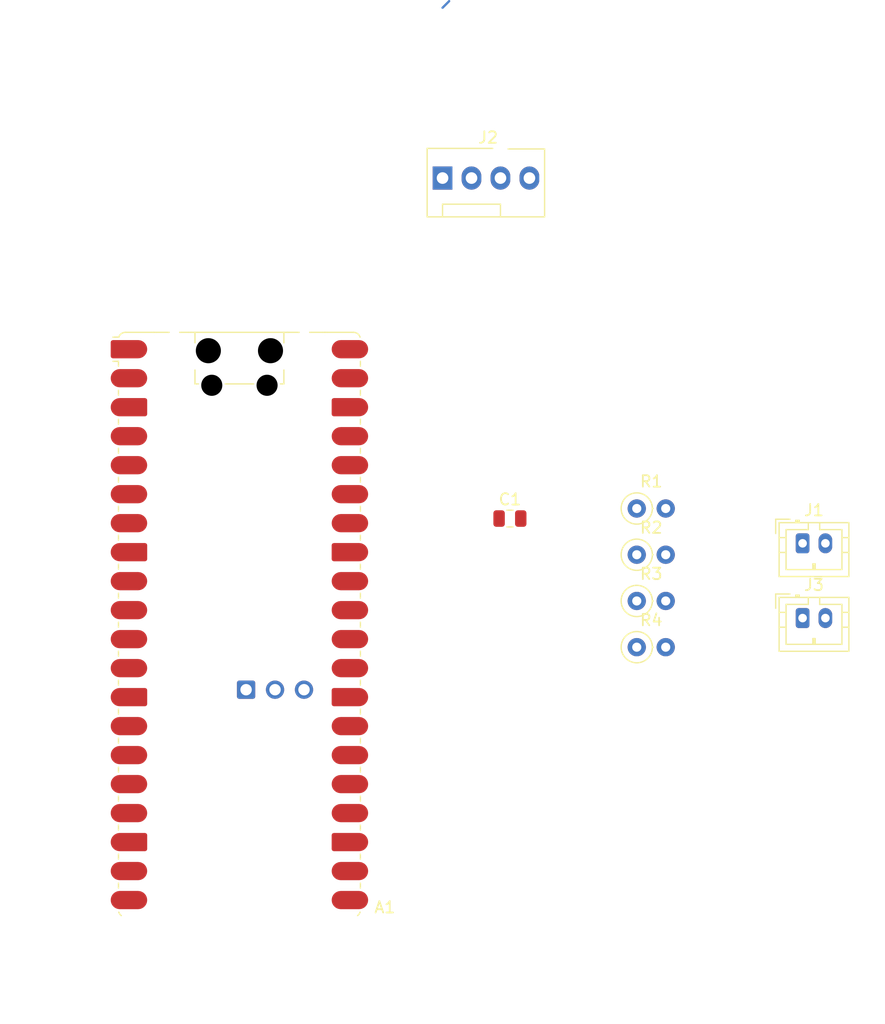
<source format=kicad_pcb>
(kicad_pcb (version 20241229) (generator "pcbnew") (generator_version "9.0")
  (layers (0 "F.Cu" signal) (2 "B.Cu" signal) (13 "F.Paste" user) (15 "B.Paste" user) (5 "F.SilkS" user "F.Silkscreen") (7 "B.SilkS" user "B.Silkscreen") (1 "F.Mask" user) (3 "B.Mask" user) (25 "Edge.Cuts" user))
  (net 0 "")
  (net 1 "Earth")
  (net 18 "GP7")
  (net 20 "GP6")
  (net 21 "ADC0")
  (net 29 "ADC1")
  (net 34 "+3.3V")
  (net 35 "J1")
  (net 36 "J3")
  (footprint "Capacitor_SMD:C_0805_2012Metric" (layer "F.Cu") (at 150.33 95.33)
    (property "Reference" "C1" (at 0 -1.68 0) (layer "F.SilkS"))
    (property "Value" "100nF")
    (fp_line (start -0.261252 -0.735) (end 0.261252 -0.735) (stroke (width 0.12)) (layer "F.SilkS"))
    (fp_line (start -0.261252 0.735) (end 0.261252 0.735) (stroke (width 0.12)) (layer "F.SilkS"))
    (pad "1" smd roundrect (at -0.95 0) (size 1 1.45) (layers "F.Cu" "F.Mask" "F.Paste") (net 34 "+3.3V"))
    (pad "2" smd roundrect (at 0.95 0) (size 1 1.45) (layers "F.Cu" "F.Mask" "F.Paste") (net 1 "Earth"))
  )
  (footprint "Resistor_THT:R_Axial_DIN0207_L6.3mm_D2.5mm_P2.54mm_Vertical" (layer "F.Cu") (at 161.455 94.45)
    (property "Reference" "R1" (at 1.27 -2.37 0) (layer "F.SilkS"))
    (property "Value" "10K")
    (fp_line (start 1.37 0) (end 1.44 0) (stroke (width 0.12)) (layer "F.SilkS"))
    (fp_circle (center 0 0) (end 1.37 0) (stroke (width 0.12)) (fill no) (layer "F.SilkS"))
    (pad "1" thru_hole circle (at 0 0) (size 1.6 1.6) (drill 0.8) (layers "*.Cu" "*.Mask") (net 35 "J1"))
    (pad "2" thru_hole circle (at 2.54 0) (size 1.6 1.6) (drill 0.8) (layers "*.Cu" "*.Mask") (net 29 "ADC1"))
  )
  (footprint "Connector_JST:JST_PH_B2B-PH-K_1x02_P2.00mm_Vertical" (layer "F.Cu") (at 176 104.05)
    (property "Reference" "J3" (at 1 -2.9 0) (layer "F.SilkS"))
    (property "Value" "Conn_01x02_Pin")
    (fp_line (start -2.36 -2.11) (end -2.36 -0.86) (stroke (width 0.12)) (layer "F.SilkS"))
    (fp_line (start -2.06 -1.81) (end -2.06 2.91) (stroke (width 0.12)) (layer "F.SilkS"))
    (fp_line (start -2.06 -0.5) (end -1.45 -0.5) (stroke (width 0.12)) (layer "F.SilkS"))
    (fp_line (start -2.06 0.8) (end -1.45 0.8) (stroke (width 0.12)) (layer "F.SilkS"))
    (fp_line (start -2.06 2.91) (end 4.06 2.91) (stroke (width 0.12)) (layer "F.SilkS"))
    (fp_line (start -1.45 -1.2) (end -1.45 2.3) (stroke (width 0.12)) (layer "F.SilkS"))
    (fp_line (start -1.45 2.3) (end 3.45 2.3) (stroke (width 0.12)) (layer "F.SilkS"))
    (fp_line (start -1.11 -2.11) (end -2.36 -2.11) (stroke (width 0.12)) (layer "F.SilkS"))
    (fp_line (start -0.6 -2.01) (end -0.6 -1.81) (stroke (width 0.12)) (layer "F.SilkS"))
    (fp_line (start -0.3 -2.01) (end -0.6 -2.01) (stroke (width 0.12)) (layer "F.SilkS"))
    (fp_line (start -0.3 -1.91) (end -0.6 -1.91) (stroke (width 0.12)) (layer "F.SilkS"))
    (fp_line (start -0.3 -1.81) (end -0.3 -2.01) (stroke (width 0.12)) (layer "F.SilkS"))
    (fp_line (start 0.5 -1.81) (end 0.5 -1.2) (stroke (width 0.12)) (layer "F.SilkS"))
    (fp_line (start 0.5 -1.2) (end -1.45 -1.2) (stroke (width 0.12)) (layer "F.SilkS"))
    (fp_line (start 0.9 1.8) (end 1.1 1.8) (stroke (width 0.12)) (layer "F.SilkS"))
    (fp_line (start 0.9 2.3) (end 0.9 1.8) (stroke (width 0.12)) (layer "F.SilkS"))
    (fp_line (start 1 2.3) (end 1 1.8) (stroke (width 0.12)) (layer "F.SilkS"))
    (fp_line (start 1.1 1.8) (end 1.1 2.3) (stroke (width 0.12)) (layer "F.SilkS"))
    (fp_line (start 1.5 -1.2) (end 1.5 -1.81) (stroke (width 0.12)) (layer "F.SilkS"))
    (fp_line (start 3.45 -1.2) (end 1.5 -1.2) (stroke (width 0.12)) (layer "F.SilkS"))
    (fp_line (start 3.45 2.3) (end 3.45 -1.2) (stroke (width 0.12)) (layer "F.SilkS"))
    (fp_line (start 4.06 -1.81) (end -2.06 -1.81) (stroke (width 0.12)) (layer "F.SilkS"))
    (fp_line (start 4.06 -0.5) (end 3.45 -0.5) (stroke (width 0.12)) (layer "F.SilkS"))
    (fp_line (start 4.06 0.8) (end 3.45 0.8) (stroke (width 0.12)) (layer "F.SilkS"))
    (fp_line (start 4.06 2.91) (end 4.06 -1.81) (stroke (width 0.12)) (layer "F.SilkS"))
    (pad "1" thru_hole roundrect (at 0 0) (size 1.2 1.75) (drill 0.75) (layers "*.Cu" "*.Mask") (roundrect_rratio 0.208333) (net 36 "J3"))
    (pad "2" thru_hole oval (at 2 0) (size 1.2 1.75) (drill 0.75) (layers "*.Cu" "*.Mask") (net 1 "Earth"))
  )
  (footprint "Resistor_THT:R_Axial_DIN0207_L6.3mm_D2.5mm_P2.54mm_Vertical" (layer "F.Cu") (at 161.455 102.55)
    (property "Reference" "R3" (at 1.27 -2.37 0) (layer "F.SilkS"))
    (property "Value" "30K")
    (fp_line (start 1.37 0) (end 1.44 0) (stroke (width 0.12)) (layer "F.SilkS"))
    (fp_circle (center 0 0) (end 1.37 0) (stroke (width 0.12)) (fill no) (layer "F.SilkS"))
    (pad "1" thru_hole circle (at 0 0) (size 1.6 1.6) (drill 0.8) (layers "*.Cu" "*.Mask") (net 36 "J3"))
    (pad "2" thru_hole circle (at 2.54 0) (size 1.6 1.6) (drill 0.8) (layers "*.Cu" "*.Mask") (net 21 "ADC0"))
  )
  (footprint "Resistor_THT:R_Axial_DIN0207_L6.3mm_D2.5mm_P2.54mm_Vertical" (layer "F.Cu") (at 161.455 98.5)
    (property "Reference" "R2" (at 1.27 -2.37 0) (layer "F.SilkS"))
    (property "Value" "10K")
    (fp_line (start 1.37 0) (end 1.44 0) (stroke (width 0.12)) (layer "F.SilkS"))
    (fp_circle (center 0 0) (end 1.37 0) (stroke (width 0.12)) (fill no) (layer "F.SilkS"))
    (pad "1" thru_hole circle (at 0 0) (size 1.6 1.6) (drill 0.8) (layers "*.Cu" "*.Mask") (net 29 "ADC1"))
    (pad "2" thru_hole circle (at 2.54 0) (size 1.6 1.6) (drill 0.8) (layers "*.Cu" "*.Mask") (net 1 "Earth"))
  )
  (footprint "Module:RaspberryPi_Pico_W_SMD_HandSolder" (layer "F.Cu") (at 126.605 104.625)
    (property "Reference" "A1" (at 11.7475 24.765 0) (layer "F.SilkS") (effects (justify left)))
    (property "Value" "RaspberryPi_Pico_W")
    (fp_line (start -10.61 -23.07) (end -11.09 -23.07) (stroke (width 0.12)) (layer "F.SilkS"))
    (fp_line (start -10.61 -23.07) (end -10.61 -22.65) (stroke (width 0.12)) (layer "F.SilkS"))
    (fp_line (start -10.61 -20.53) (end -10.61 -20.11) (stroke (width 0.12)) (layer "F.SilkS"))
    (fp_line (start -10.61 -17.99) (end -10.61 -17.57) (stroke (width 0.12)) (layer "F.SilkS"))
    (fp_line (start -10.61 -15.45) (end -10.61 -15.03) (stroke (width 0.12)) (layer "F.SilkS"))
    (fp_line (start -10.61 -12.91) (end -10.61 -12.49) (stroke (width 0.12)) (layer "F.SilkS"))
    (fp_line (start -10.61 -10.37) (end -10.61 -9.95) (stroke (width 0.12)) (layer "F.SilkS"))
    (fp_line (start -10.61 -7.83) (end -10.61 -7.41) (stroke (width 0.12)) (layer "F.SilkS"))
    (fp_line (start -10.61 -5.29) (end -10.61 -4.87) (stroke (width 0.12)) (layer "F.SilkS"))
    (fp_line (start -10.61 -2.75) (end -10.61 -2.33) (stroke (width 0.12)) (layer "F.SilkS"))
    (fp_line (start -10.61 -0.21) (end -10.61 0.21) (stroke (width 0.12)) (layer "F.SilkS"))
    (fp_line (start -10.61 2.33) (end -10.61 2.75) (stroke (width 0.12)) (layer "F.SilkS"))
    (fp_line (start -10.61 4.87) (end -10.61 5.29) (stroke (width 0.12)) (layer "F.SilkS"))
    (fp_line (start -10.61 7.41) (end -10.61 7.83) (stroke (width 0.12)) (layer "F.SilkS"))
    (fp_line (start -10.61 9.95) (end -10.61 10.37) (stroke (width 0.12)) (layer "F.SilkS"))
    (fp_line (start -10.61 12.49) (end -10.61 12.91) (stroke (width 0.12)) (layer "F.SilkS"))
    (fp_line (start -10.61 15.03) (end -10.61 15.45) (stroke (width 0.12)) (layer "F.SilkS"))
    (fp_line (start -10.61 17.57) (end -10.61 17.99) (stroke (width 0.12)) (layer "F.SilkS"))
    (fp_line (start -10.61 20.11) (end -10.61 20.53) (stroke (width 0.12)) (layer "F.SilkS"))
    (fp_line (start -10.61 22.65) (end -10.61 23.07) (stroke (width 0.12)) (layer "F.SilkS"))
    (fp_line (start -10.579676 -25.19) (end -11.09 -25.19) (stroke (width 0.12)) (layer "F.SilkS"))
    (fp_line (start -10 -25.61) (end -7.51 -25.61) (stroke (width 0.12)) (layer "F.SilkS"))
    (fp_line (start -7.51 -25.61) (end -6.16206 -25.61) (stroke (width 0.12)) (layer "F.SilkS"))
    (fp_line (start -5.237939 -25.61) (end -4.235 -25.61) (stroke (width 0.12)) (layer "F.SilkS"))
    (fp_line (start -4.235 -25.61) (end 4.235 -25.61) (stroke (width 0.12)) (layer "F.SilkS"))
    (fp_line (start -3.9 -25.61) (end -3.9 -24.694) (stroke (width 0.12)) (layer "F.SilkS"))
    (fp_line (start -3.9 -22.306) (end -3.9 -21.09) (stroke (width 0.12)) (layer "F.SilkS"))
    (fp_line (start -3.9 -21.09) (end -3.60391 -21.09) (stroke (width 0.12)) (layer "F.SilkS"))
    (fp_line (start -1.24609 -21.09) (end 1.24609 -21.09) (stroke (width 0.12)) (layer "F.SilkS"))
    (fp_line (start 3.60391 -21.09) (end 3.9 -21.09) (stroke (width 0.12)) (layer "F.SilkS"))
    (fp_line (start 3.9 -25.61) (end 3.9 -24.694) (stroke (width 0.12)) (layer "F.SilkS"))
    (fp_line (start 3.9 -22.306) (end 3.9 -21.09) (stroke (width 0.12)) (layer "F.SilkS"))
    (fp_line (start 4.235 -25.61) (end 5.237939 -25.61) (stroke (width 0.12)) (layer "F.SilkS"))
    (fp_line (start 6.162061 -25.61) (end 7.51 -25.61) (stroke (width 0.12)) (layer "F.SilkS"))
    (fp_line (start 10 -25.61) (end 7.51 -25.61) (stroke (width 0.12)) (layer "F.SilkS"))
    (fp_line (start 10.61 -23.07) (end 10.61 -22.65) (stroke (width 0.12)) (layer "F.SilkS"))
    (fp_line (start 10.61 -20.53) (end 10.61 -20.11) (stroke (width 0.12)) (layer "F.SilkS"))
    (fp_line (start 10.61 -17.99) (end 10.61 -17.57) (stroke (width 0.12)) (layer "F.SilkS"))
    (fp_line (start 10.61 -15.45) (end 10.61 -15.03) (stroke (width 0.12)) (layer "F.SilkS"))
    (fp_line (start 10.61 -12.91) (end 10.61 -12.49) (stroke (width 0.12)) (layer "F.SilkS"))
    (fp_line (start 10.61 -10.37) (end 10.61 -9.95) (stroke (width 0.12)) (layer "F.SilkS"))
    (fp_line (start 10.61 -7.83) (end 10.61 -7.41) (stroke (width 0.12)) (layer "F.SilkS"))
    (fp_line (start 10.61 -5.29) (end 10.61 -4.87) (stroke (width 0.12)) (layer "F.SilkS"))
    (fp_line (start 10.61 -2.75) (end 10.61 -2.33) (stroke (width 0.12)) (layer "F.SilkS"))
    (fp_line (start 10.61 -0.21) (end 10.61 0.21) (stroke (width 0.12)) (layer "F.SilkS"))
    (fp_line (start 10.61 2.33) (end 10.61 2.75) (stroke (width 0.12)) (layer "F.SilkS"))
    (fp_line (start 10.61 4.87) (end 10.61 5.29) (stroke (width 0.12)) (layer "F.SilkS"))
    (fp_line (start 10.61 7.41) (end 10.61 7.83) (stroke (width 0.12)) (layer "F.SilkS"))
    (fp_line (start 10.61 9.95) (end 10.61 10.37) (stroke (width 0.12)) (layer "F.SilkS"))
    (fp_line (start 10.61 12.49) (end 10.61 12.91) (stroke (width 0.12)) (layer "F.SilkS"))
    (fp_line (start 10.61 15.03) (end 10.61 15.45) (stroke (width 0.12)) (layer "F.SilkS"))
    (fp_line (start 10.61 17.57) (end 10.61 17.99) (stroke (width 0.12)) (layer "F.SilkS"))
    (fp_line (start 10.61 20.11) (end 10.61 20.53) (stroke (width 0.12)) (layer "F.SilkS"))
    (fp_line (start 10.61 22.65) (end 10.61 23.07) (stroke (width 0.12)) (layer "F.SilkS"))
    (fp_arc (start -10.579676 -25.19) (mid -10.357938 -25.493944) (end -10 -25.61) (stroke (width 0.12)) (layer "F.SilkS"))
    (fp_arc (start -10.363318 25.49) (mid -10.494791 25.356765) (end -10.579676 25.189937) (stroke (width 0.12)) (layer "F.SilkS"))
    (fp_arc (start 10 -25.61) (mid 10.357937 -25.493944) (end 10.579676 -25.189937) (stroke (width 0.12)) (layer "F.SilkS"))
    (fp_arc (start 10.579676 25.189937) (mid 10.494803 25.356773) (end 10.363318 25.49) (stroke (width 0.12)) (layer "F.SilkS"))
    (pad "" smd rect (at -8.89 -24.13) (size 3.8 2.2) (drill (offset -0.8 0)) (layers "F.Paste"))
    (pad "" smd rect (at -8.89 -21.59) (size 3.8 2.2) (drill (offset -0.8 0)) (layers "F.Paste"))
    (pad "" smd rect (at -8.89 -19.05) (size 3.8 2.2) (drill (offset -0.8 0)) (layers "F.Paste"))
    (pad "" smd rect (at -8.89 -16.51) (size 3.8 2.2) (drill (offset -0.8 0)) (layers "F.Paste"))
    (pad "" smd rect (at -8.89 -13.97) (size 3.8 2.2) (drill (offset -0.8 0)) (layers "F.Paste"))
    (pad "" smd rect (at -8.89 -11.43) (size 3.8 2.2) (drill (offset -0.8 0)) (layers "F.Paste"))
    (pad "" smd rect (at -8.89 -8.89) (size 3.8 2.2) (drill (offset -0.8 0)) (layers "F.Paste"))
    (pad "" smd rect (at -8.89 -6.35) (size 3.8 2.2) (drill (offset -0.8 0)) (layers "F.Paste"))
    (pad "" smd rect (at -8.89 -3.81) (size 3.8 2.2) (drill (offset -0.8 0)) (layers "F.Paste"))
    (pad "" smd rect (at -8.89 -1.27) (size 3.8 2.2) (drill (offset -0.8 0)) (layers "F.Paste"))
    (pad "" smd rect (at -8.89 1.27) (size 3.8 2.2) (drill (offset -0.8 0)) (layers "F.Paste"))
    (pad "" smd rect (at -8.89 3.81) (size 3.8 2.2) (drill (offset -0.8 0)) (layers "F.Paste"))
    (pad "" smd rect (at -8.89 6.35) (size 3.8 2.2) (drill (offset -0.8 0)) (layers "F.Paste"))
    (pad "" smd rect (at -8.89 8.89) (size 3.8 2.2) (drill (offset -0.8 0)) (layers "F.Paste"))
    (pad "" smd rect (at -8.89 11.43) (size 3.8 2.2) (drill (offset -0.8 0)) (layers "F.Paste"))
    (pad "" smd rect (at -8.89 13.97) (size 3.8 2.2) (drill (offset -0.8 0)) (layers "F.Paste"))
    (pad "" smd rect (at -8.89 16.51) (size 3.8 2.2) (drill (offset -0.8 0)) (layers "F.Paste"))
    (pad "" smd rect (at -8.89 19.05) (size 3.8 2.2) (drill (offset -0.8 0)) (layers "F.Paste"))
    (pad "" smd rect (at -8.89 21.59) (size 3.8 2.2) (drill (offset -0.8 0)) (layers "F.Paste"))
    (pad "" smd rect (at -8.89 24.13) (size 3.8 2.2) (drill (offset -0.8 0)) (layers "F.Paste"))
    (pad "" np_thru_hole circle (at -2.725 -24) (size 2.2 2.2) (drill 2.2) (layers "*.Mask"))
    (pad "" np_thru_hole circle (at -2.425 -20.97) (size 1.85 1.85) (drill 1.85) (layers "*.Mask"))
    (pad "" np_thru_hole circle (at 2.425 -20.97) (size 1.85 1.85) (drill 1.85) (layers "*.Mask"))
    (pad "" np_thru_hole circle (at 2.725 -24) (size 2.2 2.2) (drill 2.2) (layers "*.Mask"))
    (pad "" smd rect (at 8.89 -24.13) (size 3.8 2.2) (drill (offset 0.8 0)) (layers "F.Paste"))
    (pad "" smd rect (at 8.89 -21.59) (size 3.8 2.2) (drill (offset 0.8 0)) (layers "F.Paste"))
    (pad "" smd rect (at 8.89 -19.05) (size 3.8 2.2) (drill (offset 0.8 0)) (layers "F.Paste"))
    (pad "" smd rect (at 8.89 -16.51) (size 3.8 2.2) (drill (offset 0.8 0)) (layers "F.Paste"))
    (pad "" smd rect (at 8.89 -13.97) (size 3.8 2.2) (drill (offset 0.8 0)) (layers "F.Paste"))
    (pad "" smd rect (at 8.89 -11.43) (size 3.8 2.2) (drill (offset 0.8 0)) (layers "F.Paste"))
    (pad "" smd rect (at 8.89 -8.89) (size 3.8 2.2) (drill (offset 0.8 0)) (layers "F.Paste"))
    (pad "" smd rect (at 8.89 -6.35) (size 3.8 2.2) (drill (offset 0.8 0)) (layers "F.Paste"))
    (pad "" smd rect (at 8.89 -3.81) (size 3.8 2.2) (drill (offset 0.8 0)) (layers "F.Paste"))
    (pad "" smd rect (at 8.89 -1.27) (size 3.8 2.2) (drill (offset 0.8 0)) (layers "F.Paste"))
    (pad "" smd rect (at 8.89 1.27) (size 3.8 2.2) (drill (offset 0.8 0)) (layers "F.Paste"))
    (pad "" smd rect (at 8.89 3.81) (size 3.8 2.2) (drill (offset 0.8 0)) (layers "F.Paste"))
    (pad "" smd rect (at 8.89 6.35) (size 3.8 2.2) (drill (offset 0.8 0)) (layers "F.Paste"))
    (pad "" smd rect (at 8.89 8.89) (size 3.8 2.2) (drill (offset 0.8 0)) (layers "F.Paste"))
    (pad "" smd rect (at 8.89 11.43) (size 3.8 2.2) (drill (offset 0.8 0)) (layers "F.Paste"))
    (pad "" smd rect (at 8.89 13.97) (size 3.8 2.2) (drill (offset 0.8 0)) (layers "F.Paste"))
    (pad "" smd rect (at 8.89 16.51) (size 3.8 2.2) (drill (offset 0.8 0)) (layers "F.Paste"))
    (pad "" smd rect (at 8.89 19.05) (size 3.8 2.2) (drill (offset 0.8 0)) (layers "F.Paste"))
    (pad "" smd rect (at 8.89 21.59) (size 3.8 2.2) (drill (offset 0.8 0)) (layers "F.Paste"))
    (pad "" smd rect (at 8.89 24.13) (size 3.8 2.2) (drill (offset 0.8 0)) (layers "F.Paste"))
    (pad "1" smd custom (at -9.69 -24.13) (size 1.6 0.8) (layers "F.Cu" "F.Mask") (options (clearance outline) (anchor rect)) (primitives (gr_circle (center 0.8 0) (end 1.6 0) (width 0) (fill yes)) (gr_poly (pts (xy -1.6 -0.6) (xy -1.6 0.6) (xy -1.4 0.8) (xy 0.8 0.8) (xy 0.8 -0.8) (xy -1.4 -0.8)) (width 0) (fill yes)) (gr_circle (center -1.4 -0.6) (end -1.2 -0.6) (width 0) (fill yes)) (gr_circle (center -1.4 0.6) (end -1.2 0.6) (width 0) (fill yes))))
    (pad "2" smd roundrect (at -9.69 -21.59) (size 3.2 1.6) (layers "F.Cu" "F.Mask") (roundrect_rratio 0.5))
    (pad "3" smd custom (at -9.69 -19.05) (size 1.6 0.8) (layers "F.Cu" "F.Mask") (net 1 "Earth") (options (clearance outline) (anchor rect)) (primitives (gr_circle (center -0.8 0) (end 0 0) (width 0) (fill yes)) (gr_poly (pts (xy 1.6 -0.6) (xy 1.6 0.6) (xy 1.4 0.8) (xy -0.8 0.8) (xy -0.8 -0.8) (xy 1.4 -0.8)) (width 0) (fill yes)) (gr_circle (center 1.4 -0.6) (end 1.6 -0.6) (width 0) (fill yes)) (gr_circle (center 1.4 0.6) (end 1.6 0.6) (width 0) (fill yes))))
    (pad "4" smd roundrect (at -9.69 -16.51) (size 3.2 1.6) (layers "F.Cu" "F.Mask") (roundrect_rratio 0.5))
    (pad "5" smd roundrect (at -9.69 -13.97) (size 3.2 1.6) (layers "F.Cu" "F.Mask") (roundrect_rratio 0.5))
    (pad "6" smd roundrect (at -9.69 -11.43) (size 3.2 1.6) (layers "F.Cu" "F.Mask") (roundrect_rratio 0.5))
    (pad "7" smd roundrect (at -9.69 -8.89) (size 3.2 1.6) (layers "F.Cu" "F.Mask") (roundrect_rratio 0.5))
    (pad "8" smd custom (at -9.69 -6.35) (size 1.6 0.8) (layers "F.Cu" "F.Mask") (net 1 "Earth") (options (clearance outline) (anchor rect)) (primitives (gr_circle (center -0.8 0) (end 0 0) (width 0) (fill yes)) (gr_poly (pts (xy 1.6 -0.6) (xy 1.6 0.6) (xy 1.4 0.8) (xy -0.8 0.8) (xy -0.8 -0.8) (xy 1.4 -0.8)) (width 0) (fill yes)) (gr_circle (center 1.4 -0.6) (end 1.6 -0.6) (width 0) (fill yes)) (gr_circle (center 1.4 0.6) (end 1.6 0.6) (width 0) (fill yes))))
    (pad "9" smd roundrect (at -9.69 -3.81) (size 3.2 1.6) (layers "F.Cu" "F.Mask") (roundrect_rratio 0.5) (net 20 "GP6"))
    (pad "10" smd roundrect (at -9.69 -1.27) (size 3.2 1.6) (layers "F.Cu" "F.Mask") (roundrect_rratio 0.5) (net 18 "GP7"))
    (pad "11" smd roundrect (at -9.69 1.27) (size 3.2 1.6) (layers "F.Cu" "F.Mask") (roundrect_rratio 0.5))
    (pad "12" smd roundrect (at -9.69 3.81) (size 3.2 1.6) (layers "F.Cu" "F.Mask") (roundrect_rratio 0.5))
    (pad "13" smd custom (at -9.69 6.35) (size 1.6 0.8) (layers "F.Cu" "F.Mask") (net 1 "Earth") (options (clearance outline) (anchor rect)) (primitives (gr_circle (center -0.8 0) (end 0 0) (width 0) (fill yes)) (gr_poly (pts (xy 1.6 -0.6) (xy 1.6 0.6) (xy 1.4 0.8) (xy -0.8 0.8) (xy -0.8 -0.8) (xy 1.4 -0.8)) (width 0) (fill yes)) (gr_circle (center 1.4 -0.6) (end 1.6 -0.6) (width 0) (fill yes)) (gr_circle (center 1.4 0.6) (end 1.6 0.6) (width 0) (fill yes))))
    (pad "14" smd roundrect (at -9.69 8.89) (size 3.2 1.6) (layers "F.Cu" "F.Mask") (roundrect_rratio 0.5))
    (pad "15" smd roundrect (at -9.69 11.43) (size 3.2 1.6) (layers "F.Cu" "F.Mask") (roundrect_rratio 0.5))
    (pad "16" smd roundrect (at -9.69 13.97) (size 3.2 1.6) (layers "F.Cu" "F.Mask") (roundrect_rratio 0.5))
    (pad "17" smd roundrect (at -9.69 16.51) (size 3.2 1.6) (layers "F.Cu" "F.Mask") (roundrect_rratio 0.5))
    (pad "18" smd custom (at -9.69 19.05) (size 1.6 0.8) (layers "F.Cu" "F.Mask") (net 1 "Earth") (options (clearance outline) (anchor rect)) (primitives (gr_circle (center -0.8 0) (end 0 0) (width 0) (fill yes)) (gr_poly (pts (xy 1.6 -0.6) (xy 1.6 0.6) (xy 1.4 0.8) (xy -0.8 0.8) (xy -0.8 -0.8) (xy 1.4 -0.8)) (width 0) (fill yes)) (gr_circle (center 1.4 -0.6) (end 1.6 -0.6) (width 0) (fill yes)) (gr_circle (center 1.4 0.6) (end 1.6 0.6) (width 0) (fill yes))))
    (pad "19" smd roundrect (at -9.69 21.59) (size 3.2 1.6) (layers "F.Cu" "F.Mask") (roundrect_rratio 0.5))
    (pad "20" smd roundrect (at -9.69 24.13) (size 3.2 1.6) (layers "F.Cu" "F.Mask") (roundrect_rratio 0.5))
    (pad "21" smd roundrect (at 9.69 24.13) (size 3.2 1.6) (layers "F.Cu" "F.Mask") (roundrect_rratio 0.5))
    (pad "22" smd roundrect (at 9.69 21.59) (size 3.2 1.6) (layers "F.Cu" "F.Mask") (roundrect_rratio 0.5))
    (pad "23" smd custom (at 9.69 19.05) (size 1.6 0.8) (layers "F.Cu" "F.Mask") (net 1 "Earth") (options (clearance outline) (anchor rect)) (primitives (gr_circle (center 0.8 0) (end 1.6 0) (width 0) (fill yes)) (gr_poly (pts (xy -1.6 -0.6) (xy -1.6 0.6) (xy -1.4 0.8) (xy 0.8 0.8) (xy 0.8 -0.8) (xy -1.4 -0.8)) (width 0) (fill yes)) (gr_circle (center -1.4 -0.6) (end -1.2 -0.6) (width 0) (fill yes)) (gr_circle (center -1.4 0.6) (end -1.2 0.6) (width 0) (fill yes))))
    (pad "24" smd roundrect (at 9.69 16.51) (size 3.2 1.6) (layers "F.Cu" "F.Mask") (roundrect_rratio 0.5))
    (pad "25" smd roundrect (at 9.69 13.97) (size 3.2 1.6) (layers "F.Cu" "F.Mask") (roundrect_rratio 0.5))
    (pad "26" smd roundrect (at 9.69 11.43) (size 3.2 1.6) (layers "F.Cu" "F.Mask") (roundrect_rratio 0.5))
    (pad "27" smd roundrect (at 9.69 8.89) (size 3.2 1.6) (layers "F.Cu" "F.Mask") (roundrect_rratio 0.5))
    (pad "28" smd custom (at 9.69 6.35) (size 1.6 0.8) (layers "F.Cu" "F.Mask") (net 1 "Earth") (options (clearance outline) (anchor rect)) (primitives (gr_circle (center 0.8 0) (end 1.6 0) (width 0) (fill yes)) (gr_poly (pts (xy -1.6 -0.6) (xy -1.6 0.6) (xy -1.4 0.8) (xy 0.8 0.8) (xy 0.8 -0.8) (xy -1.4 -0.8)) (width 0) (fill yes)) (gr_circle (center -1.4 -0.6) (end -1.2 -0.6) (width 0) (fill yes)) (gr_circle (center -1.4 0.6) (end -1.2 0.6) (width 0) (fill yes))))
    (pad "29" smd roundrect (at 9.69 3.81) (size 3.2 1.6) (layers "F.Cu" "F.Mask") (roundrect_rratio 0.5))
    (pad "30" smd roundrect (at 9.69 1.27) (size 3.2 1.6) (layers "F.Cu" "F.Mask") (roundrect_rratio 0.5))
    (pad "31" smd roundrect (at 9.69 -1.27) (size 3.2 1.6) (layers "F.Cu" "F.Mask") (roundrect_rratio 0.5) (net 21 "ADC0"))
    (pad "32" smd roundrect (at 9.69 -3.81) (size 3.2 1.6) (layers "F.Cu" "F.Mask") (roundrect_rratio 0.5) (net 29 "ADC1"))
    (pad "33" smd custom (at 9.69 -6.35) (size 1.6 0.8) (layers "F.Cu" "F.Mask") (net 1 "Earth") (options (clearance outline) (anchor rect)) (primitives (gr_circle (center 0.8 0) (end 1.6 0) (width 0) (fill yes)) (gr_poly (pts (xy -1.6 -0.6) (xy -1.6 0.6) (xy -1.4 0.8) (xy 0.8 0.8) (xy 0.8 -0.8) (xy -1.4 -0.8)) (width 0) (fill yes)) (gr_circle (center -1.4 -0.6) (end -1.2 -0.6) (width 0) (fill yes)) (gr_circle (center -1.4 0.6) (end -1.2 0.6) (width 0) (fill yes))))
    (pad "34" smd roundrect (at 9.69 -8.89) (size 3.2 1.6) (layers "F.Cu" "F.Mask") (roundrect_rratio 0.5))
    (pad "35" smd roundrect (at 9.69 -11.43) (size 3.2 1.6) (layers "F.Cu" "F.Mask") (roundrect_rratio 0.5))
    (pad "36" smd roundrect (at 9.69 -13.97) (size 3.2 1.6) (layers "F.Cu" "F.Mask") (roundrect_rratio 0.5))
    (pad "37" smd roundrect (at 9.69 -16.51) (size 3.2 1.6) (layers "F.Cu" "F.Mask") (roundrect_rratio 0.5))
    (pad "38" smd custom (at 9.69 -19.05) (size 1.6 0.8) (layers "F.Cu" "F.Mask") (net 1 "Earth") (options (clearance outline) (anchor rect)) (primitives (gr_circle (center 0.8 0) (end 1.6 0) (width 0) (fill yes)) (gr_poly (pts (xy -1.6 -0.6) (xy -1.6 0.6) (xy -1.4 0.8) (xy 0.8 0.8) (xy 0.8 -0.8) (xy -1.4 -0.8)) (width 0) (fill yes)) (gr_circle (center -1.4 -0.6) (end -1.2 -0.6) (width 0) (fill yes)) (gr_circle (center -1.4 0.6) (end -1.2 0.6) (width 0) (fill yes))))
    (pad "39" smd roundrect (at 9.69 -21.59) (size 3.2 1.6) (layers "F.Cu" "F.Mask") (roundrect_rratio 0.5))
    (pad "40" smd roundrect (at 9.69 -24.13) (size 3.2 1.6) (layers "F.Cu" "F.Mask") (roundrect_rratio 0.5))
    (pad "D1" thru_hole roundrect (at 0.5841 5.7) (size 1.6 1.6) (drill 1) (layers "*.Cu" "*.Mask") (roundrect_rratio 0.125))
    (pad "D2" thru_hole circle (at 3.1241 5.7) (size 1.6 1.6) (drill 1) (layers "*.Cu" "*.Mask"))
    (pad "D3" thru_hole circle (at 5.6641 5.7) (size 1.6 1.6) (drill 1) (layers "*.Cu" "*.Mask"))
  )
  (footprint "Connector:FanPinHeader_1x04_P2.54mm_Vertical" (layer "F.Cu") (at 144.42 65.5)
    (property "Reference" "J2" (at 4 -3.55 0) (layer "F.SilkS"))
    (property "Value" "Conn_01x04")
    (fp_line (start -1.35 -2.6) (end 4.4 -2.6) (stroke (width 0.12)) (layer "F.SilkS"))
    (fp_line (start -1.35 3.4) (end -1.35 -2.6) (stroke (width 0.12)) (layer "F.SilkS"))
    (fp_line (start 0 2.29) (end 5.08 2.29) (stroke (width 0.12)) (layer "F.SilkS"))
    (fp_line (start 0 3.3) (end 0 2.29) (stroke (width 0.12)) (layer "F.SilkS"))
    (fp_line (start 5.08 2.29) (end 5.08 3.3) (stroke (width 0.12)) (layer "F.SilkS"))
    (fp_line (start 5.75 -2.55) (end 8.95 -2.55) (stroke (width 0.12)) (layer "F.SilkS"))
    (fp_line (start 8.95 -2.55) (end 8.95 3.4) (stroke (width 0.12)) (layer "F.SilkS"))
    (fp_line (start 8.95 3.4) (end -1.35 3.4) (stroke (width 0.12)) (layer "F.SilkS"))
    (pad "" np_thru_hole circle (at 5.08 -2.16 90) (size 1.1 1.1) (drill 1.1) (layers "*.Cu" "*.Mask"))
    (pad "1" thru_hole rect (at 0 0 90) (size 2.03 1.73) (drill 1.02) (layers "*.Cu" "*.Mask") (net 18 "GP7"))
    (pad "2" thru_hole oval (at 2.54 0 90) (size 2.03 1.73) (drill 1.02) (layers "*.Cu" "*.Mask") (net 20 "GP6"))
    (pad "3" thru_hole oval (at 5.08 0 90) (size 2.03 1.73) (drill 1.02) (layers "*.Cu" "*.Mask") (net 34 "+3.3V"))
    (pad "4" thru_hole oval (at 7.62 0 90) (size 2.03 1.73) (drill 1.02) (layers "*.Cu" "*.Mask") (net 1 "Earth"))
  )
  (footprint "Connector_JST:JST_PH_B2B-PH-K_1x02_P2.00mm_Vertical" (layer "F.Cu") (at 176 97.5)
    (property "Reference" "J1" (at 1 -2.9 0) (layer "F.SilkS"))
    (property "Value" "Conn_01x02_Pin")
    (fp_line (start -2.36 -2.11) (end -2.36 -0.86) (stroke (width 0.12)) (layer "F.SilkS"))
    (fp_line (start -2.06 -1.81) (end -2.06 2.91) (stroke (width 0.12)) (layer "F.SilkS"))
    (fp_line (start -2.06 -0.5) (end -1.45 -0.5) (stroke (width 0.12)) (layer "F.SilkS"))
    (fp_line (start -2.06 0.8) (end -1.45 0.8) (stroke (width 0.12)) (layer "F.SilkS"))
    (fp_line (start -2.06 2.91) (end 4.06 2.91) (stroke (width 0.12)) (layer "F.SilkS"))
    (fp_line (start -1.45 -1.2) (end -1.45 2.3) (stroke (width 0.12)) (layer "F.SilkS"))
    (fp_line (start -1.45 2.3) (end 3.45 2.3) (stroke (width 0.12)) (layer "F.SilkS"))
    (fp_line (start -1.11 -2.11) (end -2.36 -2.11) (stroke (width 0.12)) (layer "F.SilkS"))
    (fp_line (start -0.6 -2.01) (end -0.6 -1.81) (stroke (width 0.12)) (layer "F.SilkS"))
    (fp_line (start -0.3 -2.01) (end -0.6 -2.01) (stroke (width 0.12)) (layer "F.SilkS"))
    (fp_line (start -0.3 -1.91) (end -0.6 -1.91) (stroke (width 0.12)) (layer "F.SilkS"))
    (fp_line (start -0.3 -1.81) (end -0.3 -2.01) (stroke (width 0.12)) (layer "F.SilkS"))
    (fp_line (start 0.5 -1.81) (end 0.5 -1.2) (stroke (width 0.12)) (layer "F.SilkS"))
    (fp_line (start 0.5 -1.2) (end -1.45 -1.2) (stroke (width 0.12)) (layer "F.SilkS"))
    (fp_line (start 0.9 1.8) (end 1.1 1.8) (stroke (width 0.12)) (layer "F.SilkS"))
    (fp_line (start 0.9 2.3) (end 0.9 1.8) (stroke (width 0.12)) (layer "F.SilkS"))
    (fp_line (start 1 2.3) (end 1 1.8) (stroke (width 0.12)) (layer "F.SilkS"))
    (fp_line (start 1.1 1.8) (end 1.1 2.3) (stroke (width 0.12)) (layer "F.SilkS"))
    (fp_line (start 1.5 -1.2) (end 1.5 -1.81) (stroke (width 0.12)) (layer "F.SilkS"))
    (fp_line (start 3.45 -1.2) (end 1.5 -1.2) (stroke (width 0.12)) (layer "F.SilkS"))
    (fp_line (start 3.45 2.3) (end 3.45 -1.2) (stroke (width 0.12)) (layer "F.SilkS"))
    (fp_line (start 4.06 -1.81) (end -2.06 -1.81) (stroke (width 0.12)) (layer "F.SilkS"))
    (fp_line (start 4.06 -0.5) (end 3.45 -0.5) (stroke (width 0.12)) (layer "F.SilkS"))
    (fp_line (start 4.06 0.8) (end 3.45 0.8) (stroke (width 0.12)) (layer "F.SilkS"))
    (fp_line (start 4.06 2.91) (end 4.06 -1.81) (stroke (width 0.12)) (layer "F.SilkS"))
    (pad "1" thru_hole roundrect (at 0 0) (size 1.2 1.75) (drill 0.75) (layers "*.Cu" "*.Mask") (roundrect_rratio 0.208333) (net 35 "J1"))
    (pad "2" thru_hole oval (at 2 0) (size 1.2 1.75) (drill 0.75) (layers "*.Cu" "*.Mask") (net 1 "Earth"))
  )
  (footprint "Resistor_THT:R_Axial_DIN0207_L6.3mm_D2.5mm_P2.54mm_Vertical" (layer "F.Cu") (at 161.455 106.6)
    (property "Reference" "R4" (at 1.27 -2.37 0) (layer "F.SilkS"))
    (property "Value" "10K")
    (fp_line (start 1.37 0) (end 1.44 0) (stroke (width 0.12)) (layer "F.SilkS"))
    (fp_circle (center 0 0) (end 1.37 0) (stroke (width 0.12)) (fill no) (layer "F.SilkS"))
    (pad "1" thru_hole circle (at 0 0) (size 1.6 1.6) (drill 0.8) (layers "*.Cu" "*.Mask") (net 21 "ADC0"))
    (pad "2" thru_hole circle (at 2.54 0) (size 1.6 1.6) (drill 0.8) (layers "*.Cu" "*.Mask") (net 1 "Earth"))
  )
  (segment (start 144.42 50.58) (end 145 50) (width 0.2) (layer "B.Cu") (net 18))
)
</source>
